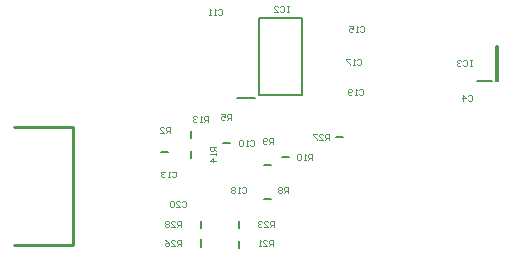
<source format=gbo>
G04*
G04 #@! TF.GenerationSoftware,Altium Limited,Altium Designer,25.8.1 (18)*
G04*
G04 Layer_Color=32896*
%FSLAX44Y44*%
%MOMM*%
G71*
G04*
G04 #@! TF.SameCoordinates,D7C4C725-C8A4-46AB-A62B-07054BF05DDA*
G04*
G04*
G04 #@! TF.FilePolarity,Positive*
G04*
G01*
G75*
%ADD12C,0.2000*%
%ADD13C,0.2540*%
%ADD14C,0.1016*%
D12*
X409250Y157400D02*
X410750D01*
Y186600D01*
X409250D02*
X410750D01*
X409250Y157400D02*
Y186600D01*
X393250Y157000D02*
X405750D01*
X274000Y110000D02*
X280000D01*
X190250Y143000D02*
X205000D01*
X208500Y145500D02*
Y210500D01*
X245500D01*
Y145500D02*
Y210500D01*
X208500Y145500D02*
X245500D01*
X126000Y97000D02*
X132000D01*
X151000Y109000D02*
Y115000D01*
X178000Y105000D02*
X184000D01*
X228000Y93000D02*
X234000D01*
X213000Y57000D02*
X219000D01*
X192000Y16000D02*
Y22000D01*
Y33000D02*
Y39000D01*
X160000Y33000D02*
Y39000D01*
Y17000D02*
Y23000D01*
X213000Y86000D02*
X219000D01*
X151000Y92000D02*
Y98000D01*
D13*
X1000Y18000D02*
X51000D01*
X1000Y118000D02*
X51000D01*
Y18000D02*
Y118000D01*
D14*
X253348Y90461D02*
Y95539D01*
X250809D01*
X249962Y94693D01*
Y93000D01*
X250809Y92154D01*
X253348D01*
X251655D02*
X249962Y90461D01*
X248270D02*
X246577D01*
X247423D01*
Y95539D01*
X248270Y94693D01*
X244038D02*
X243191Y95539D01*
X241498D01*
X240652Y94693D01*
Y91307D01*
X241498Y90461D01*
X243191D01*
X244038Y91307D01*
Y94693D01*
X220232Y103461D02*
Y108539D01*
X217693D01*
X216846Y107693D01*
Y106000D01*
X217693Y105154D01*
X220232D01*
X218539D02*
X216846Y103461D01*
X215154Y104307D02*
X214307Y103461D01*
X212614D01*
X211768Y104307D01*
Y107693D01*
X212614Y108539D01*
X214307D01*
X215154Y107693D01*
Y106846D01*
X214307Y106000D01*
X211768D01*
X233232Y62461D02*
Y67539D01*
X230693D01*
X229846Y66693D01*
Y65000D01*
X230693Y64154D01*
X233232D01*
X231539D02*
X229846Y62461D01*
X228154Y66693D02*
X227307Y67539D01*
X225614D01*
X224768Y66693D01*
Y65846D01*
X225614Y65000D01*
X224768Y64154D01*
Y63307D01*
X225614Y62461D01*
X227307D01*
X228154Y63307D01*
Y64154D01*
X227307Y65000D01*
X228154Y65846D01*
Y66693D01*
X227307Y65000D02*
X225614D01*
X185232Y124461D02*
Y129539D01*
X182693D01*
X181846Y128693D01*
Y127000D01*
X182693Y126154D01*
X185232D01*
X183539D02*
X181846Y124461D01*
X176768Y129539D02*
X180154D01*
Y127000D01*
X178461Y127846D01*
X177614D01*
X176768Y127000D01*
Y125307D01*
X177614Y124461D01*
X179307D01*
X180154Y125307D01*
X133232Y113461D02*
Y118539D01*
X130693D01*
X129846Y117693D01*
Y116000D01*
X130693Y115154D01*
X133232D01*
X131539D02*
X129846Y113461D01*
X124768D02*
X128154D01*
X124768Y116846D01*
Y117693D01*
X125614Y118539D01*
X127307D01*
X128154Y117693D01*
X142771Y33461D02*
Y38539D01*
X140232D01*
X139386Y37693D01*
Y36000D01*
X140232Y35154D01*
X142771D01*
X141078D02*
X139386Y33461D01*
X134307D02*
X137693D01*
X134307Y36846D01*
Y37693D01*
X135154Y38539D01*
X136846D01*
X137693Y37693D01*
X132614D02*
X131768Y38539D01*
X130075D01*
X129229Y37693D01*
Y36846D01*
X130075Y36000D01*
X129229Y35154D01*
Y34307D01*
X130075Y33461D01*
X131768D01*
X132614Y34307D01*
Y35154D01*
X131768Y36000D01*
X132614Y36846D01*
Y37693D01*
X131768Y36000D02*
X130075D01*
X221771Y33461D02*
Y38539D01*
X219232D01*
X218386Y37693D01*
Y36000D01*
X219232Y35154D01*
X221771D01*
X220078D02*
X218386Y33461D01*
X213307D02*
X216693D01*
X213307Y36846D01*
Y37693D01*
X214154Y38539D01*
X215846D01*
X216693Y37693D01*
X211614D02*
X210768Y38539D01*
X209075D01*
X208229Y37693D01*
Y36846D01*
X209075Y36000D01*
X209922D01*
X209075D01*
X208229Y35154D01*
Y34307D01*
X209075Y33461D01*
X210768D01*
X211614Y34307D01*
X267771Y107461D02*
Y112539D01*
X265232D01*
X264386Y111693D01*
Y110000D01*
X265232Y109154D01*
X267771D01*
X266078D02*
X264386Y107461D01*
X259307D02*
X262693D01*
X259307Y110846D01*
Y111693D01*
X260154Y112539D01*
X261846D01*
X262693Y111693D01*
X257614Y112539D02*
X254229D01*
Y111693D01*
X257614Y108307D01*
Y107461D01*
X142771Y17461D02*
Y22539D01*
X140232D01*
X139386Y21693D01*
Y20000D01*
X140232Y19154D01*
X142771D01*
X141078D02*
X139386Y17461D01*
X134307D02*
X137693D01*
X134307Y20846D01*
Y21693D01*
X135154Y22539D01*
X136846D01*
X137693Y21693D01*
X129229Y22539D02*
X130922Y21693D01*
X132614Y20000D01*
Y18307D01*
X131768Y17461D01*
X130075D01*
X129229Y18307D01*
Y19154D01*
X130075Y20000D01*
X132614D01*
X220925Y17461D02*
Y22539D01*
X218386D01*
X217539Y21693D01*
Y20000D01*
X218386Y19154D01*
X220925D01*
X219232D02*
X217539Y17461D01*
X212461D02*
X215846D01*
X212461Y20846D01*
Y21693D01*
X213307Y22539D01*
X215000D01*
X215846Y21693D01*
X210768Y17461D02*
X209075D01*
X209922D01*
Y22539D01*
X210768Y21693D01*
X172539Y101348D02*
X167461D01*
Y98809D01*
X168307Y97962D01*
X170000D01*
X170846Y98809D01*
Y101348D01*
Y99655D02*
X172539Y97962D01*
Y96270D02*
Y94577D01*
Y95423D01*
X167461D01*
X168307Y96270D01*
X172539Y89498D02*
X167461D01*
X170000Y92037D01*
Y88652D01*
X165348Y122461D02*
Y127539D01*
X162809D01*
X161962Y126693D01*
Y125000D01*
X162809Y124154D01*
X165348D01*
X163655D02*
X161962Y122461D01*
X160270D02*
X158577D01*
X159423D01*
Y127539D01*
X160270Y126693D01*
X156038D02*
X155191Y127539D01*
X153498D01*
X152652Y126693D01*
Y125846D01*
X153498Y125000D01*
X154345D01*
X153498D01*
X152652Y124154D01*
Y123307D01*
X153498Y122461D01*
X155191D01*
X156038Y123307D01*
X389348Y174539D02*
X387655D01*
X388502D01*
Y169461D01*
X389348D01*
X387655D01*
X381730Y173693D02*
X382577Y174539D01*
X384270D01*
X385116Y173693D01*
Y170307D01*
X384270Y169461D01*
X382577D01*
X381730Y170307D01*
X380038Y173693D02*
X379191Y174539D01*
X377498D01*
X376652Y173693D01*
Y172846D01*
X377498Y172000D01*
X378345D01*
X377498D01*
X376652Y171154D01*
Y170307D01*
X377498Y169461D01*
X379191D01*
X380038Y170307D01*
X234348Y220539D02*
X232655D01*
X233501D01*
Y215461D01*
X234348D01*
X232655D01*
X226730Y219693D02*
X227577Y220539D01*
X229270D01*
X230116Y219693D01*
Y216307D01*
X229270Y215461D01*
X227577D01*
X226730Y216307D01*
X221652Y215461D02*
X225038D01*
X221652Y218846D01*
Y219693D01*
X222498Y220539D01*
X224191D01*
X225038Y219693D01*
X200962Y106693D02*
X201809Y107539D01*
X203501D01*
X204348Y106693D01*
Y103307D01*
X203501Y102461D01*
X201809D01*
X200962Y103307D01*
X199270Y102461D02*
X197577D01*
X198423D01*
Y107539D01*
X199270Y106693D01*
X195038D02*
X194191Y107539D01*
X192498D01*
X191652Y106693D01*
Y103307D01*
X192498Y102461D01*
X194191D01*
X195038Y103307D01*
Y106693D01*
X385846Y144693D02*
X386693Y145539D01*
X388386D01*
X389232Y144693D01*
Y141307D01*
X388386Y140461D01*
X386693D01*
X385846Y141307D01*
X381614Y140461D02*
Y145539D01*
X384154Y143000D01*
X380768D01*
X143386Y54693D02*
X144232Y55539D01*
X145925D01*
X146771Y54693D01*
Y51307D01*
X145925Y50461D01*
X144232D01*
X143386Y51307D01*
X138307Y50461D02*
X141693D01*
X138307Y53846D01*
Y54693D01*
X139154Y55539D01*
X140846D01*
X141693Y54693D01*
X136614D02*
X135768Y55539D01*
X134075D01*
X133229Y54693D01*
Y51307D01*
X134075Y50461D01*
X135768D01*
X136614Y51307D01*
Y54693D01*
X193962Y66693D02*
X194809Y67539D01*
X196502D01*
X197348Y66693D01*
Y63307D01*
X196502Y62461D01*
X194809D01*
X193962Y63307D01*
X192270Y62461D02*
X190577D01*
X191423D01*
Y67539D01*
X192270Y66693D01*
X188038D02*
X187191Y67539D01*
X185498D01*
X184652Y66693D01*
Y65846D01*
X185498Y65000D01*
X184652Y64154D01*
Y63307D01*
X185498Y62461D01*
X187191D01*
X188038Y63307D01*
Y64154D01*
X187191Y65000D01*
X188038Y65846D01*
Y66693D01*
X187191Y65000D02*
X185498D01*
X292962Y149693D02*
X293809Y150539D01*
X295501D01*
X296348Y149693D01*
Y146307D01*
X295501Y145461D01*
X293809D01*
X292962Y146307D01*
X291270Y145461D02*
X289577D01*
X290423D01*
Y150539D01*
X291270Y149693D01*
X287038Y146307D02*
X286191Y145461D01*
X284498D01*
X283652Y146307D01*
Y149693D01*
X284498Y150539D01*
X286191D01*
X287038Y149693D01*
Y148846D01*
X286191Y148000D01*
X283652D01*
X291962Y174693D02*
X292809Y175539D01*
X294501D01*
X295348Y174693D01*
Y171307D01*
X294501Y170461D01*
X292809D01*
X291962Y171307D01*
X290270Y170461D02*
X288577D01*
X289423D01*
Y175539D01*
X290270Y174693D01*
X286038Y175539D02*
X282652D01*
Y174693D01*
X286038Y171307D01*
Y170461D01*
X293962Y202693D02*
X294809Y203539D01*
X296502D01*
X297348Y202693D01*
Y199307D01*
X296502Y198461D01*
X294809D01*
X293962Y199307D01*
X292270Y198461D02*
X290577D01*
X291423D01*
Y203539D01*
X292270Y202693D01*
X284652Y203539D02*
X288038D01*
Y201000D01*
X286345Y201846D01*
X285498D01*
X284652Y201000D01*
Y199307D01*
X285498Y198461D01*
X287191D01*
X288038Y199307D01*
X134962Y79693D02*
X135809Y80539D01*
X137501D01*
X138348Y79693D01*
Y76307D01*
X137501Y75461D01*
X135809D01*
X134962Y76307D01*
X133270Y75461D02*
X131577D01*
X132423D01*
Y80539D01*
X133270Y79693D01*
X129038D02*
X128191Y80539D01*
X126498D01*
X125652Y79693D01*
Y78846D01*
X126498Y78000D01*
X127345D01*
X126498D01*
X125652Y77154D01*
Y76307D01*
X126498Y75461D01*
X128191D01*
X129038Y76307D01*
X174116Y217693D02*
X174962Y218539D01*
X176655D01*
X177502Y217693D01*
Y214307D01*
X176655Y213461D01*
X174962D01*
X174116Y214307D01*
X172423Y213461D02*
X170730D01*
X171577D01*
Y218539D01*
X172423Y217693D01*
X168191Y213461D02*
X166498D01*
X167345D01*
Y218539D01*
X168191Y217693D01*
M02*

</source>
